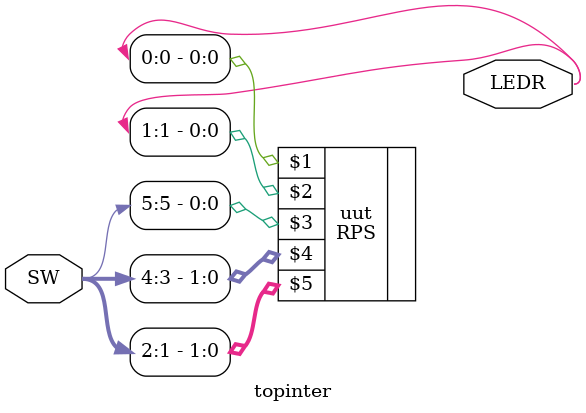
<source format=v>
module topinter(LEDR,SW);
input [5:0] SW;
output [1:0]LEDR; 
 
 
 RPS uut(LEDR[0],LEDR[1],SW[5],SW[4:3],SW[2:1]);
 // RPS(win,player,rst,a,b);
 endmodule
</source>
